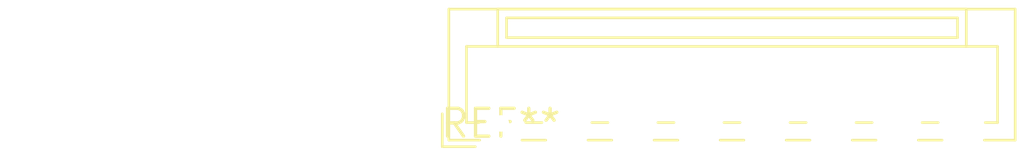
<source format=kicad_pcb>
(kicad_pcb (version 20240108) (generator pcbnew)
  (layers (0 "F.Cu" signal) (31 "B.Cu" signal) (34 "B.Paste" user) (35 "F.Paste" user) (36 "B.SilkS" user "B.Silkscreen") (37 "F.SilkS" user "F.Silkscreen") (38 "B.Mask" user) (39 "F.Mask" user) (44 "Edge.Cuts" user))
  (net 0 "")
  (footprint "JST_ZE_B15B-ZESK-D_1x15_P1.50mm_Vertical" (layer "F.Cu") (at 0 0)
    (property "Reference" "REF**")
    (property "Value" "JST_ZE_B15B-ZESK-D_1x15_P1.50mm_Vertical")
    (fp_line (start -2.66 -0.44) (end -2.66 1.06) (layer "F.SilkS") (stroke (width 0.12)))
    (fp_line (start -2.66 1.06) (end -1.16 1.06) (layer "F.SilkS") (stroke (width 0.12)))
    (fp_line (start -2.36 -5.21) (end 23.36 -5.21) (layer "F.SilkS") (stroke (width 0.12)))
    (fp_line (start -2.36 0.76) (end -2.36 -5.21) (layer "F.SilkS") (stroke (width 0.12)))
    (fp_line (start -1.56 -3.51) (end -1.56 -0.04) (layer "F.SilkS") (stroke (width 0.12)))
    (fp_line (start -1.56 -0.04) (end -1 -0.04) (layer "F.SilkS") (stroke (width 0.12)))
    (fp_line (start -0.96 0.76) (end -2.36 0.76) (layer "F.SilkS") (stroke (width 0.12)))
    (fp_line (start -0.14 -5.21) (end -0.14 -3.51) (layer "F.SilkS") (stroke (width 0.12)))
    (fp_line (start -0.14 -3.51) (end -1.56 -3.51) (layer "F.SilkS") (stroke (width 0.12)))
    (fp_line (start -0.14 -3.51) (end 21.14 -3.51) (layer "F.SilkS") (stroke (width 0.12)))
    (fp_line (start 0.26 -4.81) (end 0.26 -3.91) (layer "F.SilkS") (stroke (width 0.12)))
    (fp_line (start 0.26 -3.91) (end 20.74 -3.91) (layer "F.SilkS") (stroke (width 0.12)))
    (fp_line (start 0.96 0.76) (end 2.04 0.76) (layer "F.SilkS") (stroke (width 0.12)))
    (fp_line (start 1.135 -0.04) (end 1.865 -0.04) (layer "F.SilkS") (stroke (width 0.12)))
    (fp_line (start 3.96 0.76) (end 5.04 0.76) (layer "F.SilkS") (stroke (width 0.12)))
    (fp_line (start 4.135 -0.04) (end 4.865 -0.04) (layer "F.SilkS") (stroke (width 0.12)))
    (fp_line (start 6.96 0.76) (end 8.04 0.76) (layer "F.SilkS") (stroke (width 0.12)))
    (fp_line (start 7.135 -0.04) (end 7.865 -0.04) (layer "F.SilkS") (stroke (width 0.12)))
    (fp_line (start 9.96 0.76) (end 11.04 0.76) (layer "F.SilkS") (stroke (width 0.12)))
    (fp_line (start 10.135 -0.04) (end 10.865 -0.04) (layer "F.SilkS") (stroke (width 0.12)))
    (fp_line (start 12.96 0.76) (end 14.04 0.76) (layer "F.SilkS") (stroke (width 0.12)))
    (fp_line (start 13.135 -0.04) (end 13.865 -0.04) (layer "F.SilkS") (stroke (width 0.12)))
    (fp_line (start 15.96 0.76) (end 17.04 0.76) (layer "F.SilkS") (stroke (width 0.12)))
    (fp_line (start 16.135 -0.04) (end 16.865 -0.04) (layer "F.SilkS") (stroke (width 0.12)))
    (fp_line (start 18.96 0.76) (end 20.04 0.76) (layer "F.SilkS") (stroke (width 0.12)))
    (fp_line (start 19.135 -0.04) (end 19.865 -0.04) (layer "F.SilkS") (stroke (width 0.12)))
    (fp_line (start 20.74 -4.81) (end 0.26 -4.81) (layer "F.SilkS") (stroke (width 0.12)))
    (fp_line (start 20.74 -3.91) (end 20.74 -4.81) (layer "F.SilkS") (stroke (width 0.12)))
    (fp_line (start 21.14 -5.21) (end -0.14 -5.21) (layer "F.SilkS") (stroke (width 0.12)))
    (fp_line (start 21.14 -3.51) (end 21.14 -5.21) (layer "F.SilkS") (stroke (width 0.12)))
    (fp_line (start 21.14 -3.51) (end 22.56 -3.51) (layer "F.SilkS") (stroke (width 0.12)))
    (fp_line (start 22.56 -3.51) (end 22.56 -0.04) (layer "F.SilkS") (stroke (width 0.12)))
    (fp_line (start 22.56 -0.04) (end 22 -0.04) (layer "F.SilkS") (stroke (width 0.12)))
    (fp_line (start 23.36 -5.21) (end 23.36 0.76) (layer "F.SilkS") (stroke (width 0.12)))
    (fp_line (start 23.36 0.76) (end 21.96 0.76) (layer "F.SilkS") (stroke (width 0.12)))
    (pad "1" thru_hole custom (at 0 0) (size 1.117157 1.117157) (drill 0.75) (layers *.Cu *.Mask) (remove_unused_layers) (options (clearance outline) (anchor circle)) (primitives (gr_poly (pts (xy 0.45 -0.225) (xy 0.45 0.625) (xy -0.45 0.625) (xy -0.45 -0.625) (xy 0.05 -0.625)) (width 0.5) (fill yes))))
    (pad "2" thru_hole oval (at 1.5 -2) (size 1.4 1.75) (drill 0.75) (layers *.Cu *.Mask) (remove_unused_layers))
    (pad "3" thru_hole oval (at 3 0) (size 1.4 1.75) (drill 0.75) (layers *.Cu *.Mask) (remove_unused_layers))
    (pad "4" thru_hole oval (at 4.5 -2) (size 1.4 1.75) (drill 0.75) (layers *.Cu *.Mask) (remove_unused_layers))
    (pad "5" thru_hole oval (at 6 0) (size 1.4 1.75) (drill 0.75) (layers *.Cu *.Mask) (remove_unused_layers))
    (pad "6" thru_hole oval (at 7.5 -2) (size 1.4 1.75) (drill 0.75) (layers *.Cu *.Mask) (remove_unused_layers))
    (pad "7" thru_hole oval (at 9 0) (size 1.4 1.75) (drill 0.75) (layers *.Cu *.Mask) (remove_unused_layers))
    (pad "8" thru_hole oval (at 10.5 -2) (size 1.4 1.75) (drill 0.75) (layers *.Cu *.Mask) (remove_unused_layers))
    (pad "9" thru_hole oval (at 12 0) (size 1.4 1.75) (drill 0.75) (layers *.Cu *.Mask) (remove_unused_layers))
    (pad "10" thru_hole oval (at 13.5 -2) (size 1.4 1.75) (drill 0.75) (layers *.Cu *.Mask) (remove_unused_layers))
    (pad "11" thru_hole oval (at 15 0) (size 1.4 1.75) (drill 0.75) (layers *.Cu *.Mask) (remove_unused_layers))
    (pad "12" thru_hole oval (at 16.5 -2) (size 1.4 1.75) (drill 0.75) (layers *.Cu *.Mask) (remove_unused_layers))
    (pad "13" thru_hole oval (at 18 0) (size 1.4 1.75) (drill 0.75) (layers *.Cu *.Mask) (remove_unused_layers))
    (pad "14" thru_hole oval (at 19.5 -2) (size 1.4 1.75) (drill 0.75) (layers *.Cu *.Mask) (remove_unused_layers))
    (pad "15" thru_hole oval (at 21 0) (size 1.4 1.75) (drill 0.75) (layers *.Cu *.Mask) (remove_unused_layers))
  )
)
</source>
